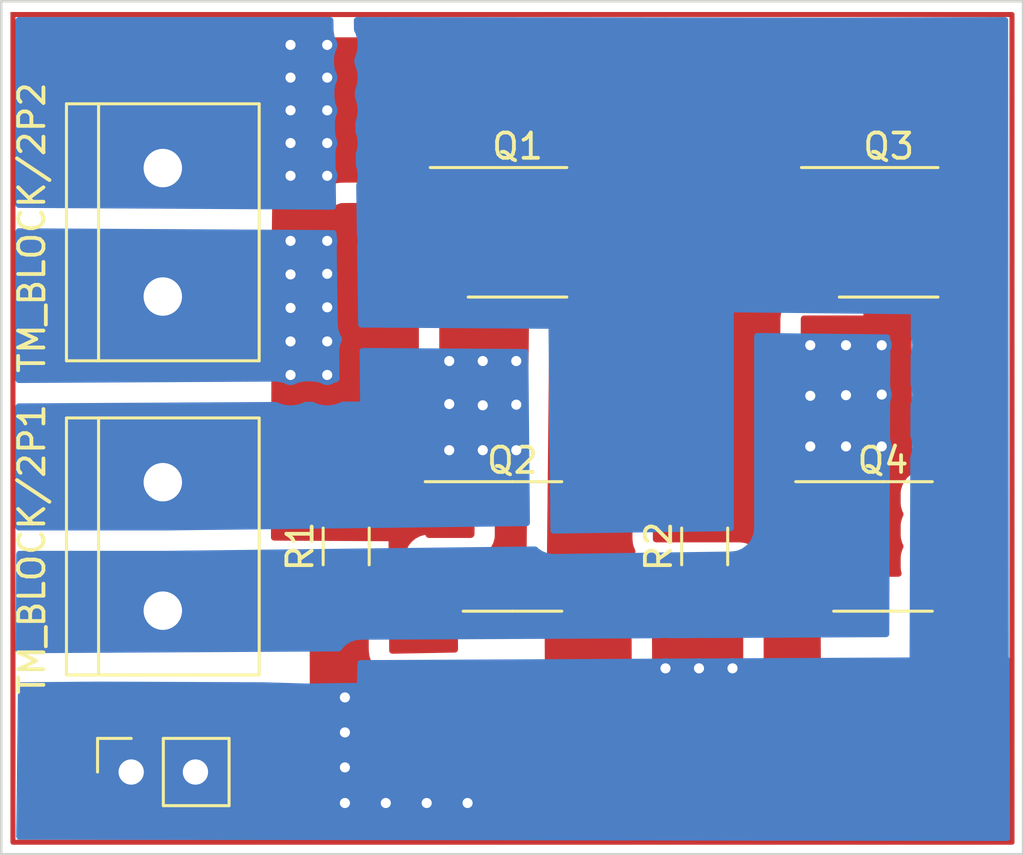
<source format=kicad_pcb>
(kicad_pcb (version 20221018) (generator pcbnew)
  (layers (0 "F.Cu" signal) (31 "B.Cu" signal) (34 "B.Paste" user) (35 "F.Paste" user) (36 "B.SilkS" user "B.Silkscreen") (37 "F.SilkS" user "F.Silkscreen") (38 "B.Mask" user) (39 "F.Mask" user) (44 "Edge.Cuts" user))
  (net 0 "")
  (net 1 "L-")
  (net 2 "DFET")
  (net 3 "Net-(Q1A-D1-Pad7)")
  (net 4 "B-")
  (net 5 "CFET")
  (net 6 "GND")
  (footprint "Package_SO:SOIC-8_3.9x4.9mm_P1.27mm" (layer "F.Cu") (at 120.425 76.01)
    (fp_text reference "Q1" (at 0 -3.4) (layer "F.SilkS"))
    (fp_text value "FDS6898A")
    (fp_line (start 0 -2.56) (end -3.45 -2.56) (stroke (width 0.12)) (layer "F.SilkS"))
    (fp_line (start 0 -2.56) (end 1.95 -2.56) (stroke (width 0.12)) (layer "F.SilkS"))
    (fp_line (start 0 2.56) (end -1.95 2.56) (stroke (width 0.12)) (layer "F.SilkS"))
    (fp_line (start 0 2.56) (end 1.95 2.56) (stroke (width 0.12)) (layer "F.SilkS"))
    (pad "1" smd roundrect (at -2.475 -1.905) (size 1.95 0.6) (layers "F.Cu" "F.Paste" "F.Mask") (net 1 "L-"))
    (pad "2" smd roundrect (at -2.475 -0.635) (size 1.95 0.6) (layers "F.Cu" "F.Paste" "F.Mask") (net 2 "DFET"))
    (pad "3" smd roundrect (at -2.475 0.635) (size 1.95 0.6) (layers "F.Cu" "F.Paste" "F.Mask") (net 1 "L-"))
    (pad "4" smd roundrect (at -2.475 1.905) (size 1.95 0.6) (layers "F.Cu" "F.Paste" "F.Mask") (net 2 "DFET"))
    (pad "5" smd roundrect (at 2.475 1.905) (size 1.95 0.6) (layers "F.Cu" "F.Paste" "F.Mask") (net 3 "Net-(Q1A-D1-Pad7)"))
    (pad "6" smd roundrect (at 2.475 0.635) (size 1.95 0.6) (layers "F.Cu" "F.Paste" "F.Mask") (net 3 "Net-(Q1A-D1-Pad7)"))
    (pad "7" smd roundrect (at 2.475 -0.635) (size 1.95 0.6) (layers "F.Cu" "F.Paste" "F.Mask") (net 3 "Net-(Q1A-D1-Pad7)"))
    (pad "8" smd roundrect (at 2.475 -1.905) (size 1.95 0.6) (layers "F.Cu" "F.Paste" "F.Mask") (net 3 "Net-(Q1A-D1-Pad7)"))
  )
  (footprint "Package_SO:SOIC-8_3.9x4.9mm_P1.27mm" (layer "F.Cu") (at 135.1 76.01)
    (fp_text reference "Q3" (at 0 -3.4) (layer "F.SilkS"))
    (fp_text value "FDS6898A")
    (fp_line (start 0 -2.56) (end -3.45 -2.56) (stroke (width 0.12)) (layer "F.SilkS"))
    (fp_line (start 0 -2.56) (end 1.95 -2.56) (stroke (width 0.12)) (layer "F.SilkS"))
    (fp_line (start 0 2.56) (end -1.95 2.56) (stroke (width 0.12)) (layer "F.SilkS"))
    (fp_line (start 0 2.56) (end 1.95 2.56) (stroke (width 0.12)) (layer "F.SilkS"))
    (pad "1" smd roundrect (at -2.475 -1.905) (size 1.95 0.6) (layers "F.Cu" "F.Paste" "F.Mask") (net 4 "B-"))
    (pad "2" smd roundrect (at -2.475 -0.635) (size 1.95 0.6) (layers "F.Cu" "F.Paste" "F.Mask") (net 5 "CFET"))
    (pad "3" smd roundrect (at -2.475 0.635) (size 1.95 0.6) (layers "F.Cu" "F.Paste" "F.Mask") (net 4 "B-"))
    (pad "4" smd roundrect (at -2.475 1.905) (size 1.95 0.6) (layers "F.Cu" "F.Paste" "F.Mask") (net 5 "CFET"))
    (pad "5" smd roundrect (at 2.475 1.905) (size 1.95 0.6) (layers "F.Cu" "F.Paste" "F.Mask") (net 3 "Net-(Q1A-D1-Pad7)"))
    (pad "6" smd roundrect (at 2.475 0.635) (size 1.95 0.6) (layers "F.Cu" "F.Paste" "F.Mask") (net 3 "Net-(Q1A-D1-Pad7)"))
    (pad "7" smd roundrect (at 2.475 -0.635) (size 1.95 0.6) (layers "F.Cu" "F.Paste" "F.Mask") (net 3 "Net-(Q1A-D1-Pad7)"))
    (pad "8" smd roundrect (at 2.475 -1.905) (size 1.95 0.6) (layers "F.Cu" "F.Paste" "F.Mask") (net 3 "Net-(Q1A-D1-Pad7)"))
  )
  (footprint "VAMK_R_SMD:1206" (layer "F.Cu") (at 113.65 88.43 90)
    (fp_text reference "R1" (at 0 -1.82 90) (layer "F.SilkS"))
    (fp_text value "10k")
    (fp_line (start -0.727064 -0.91) (end 0.727064 -0.91) (stroke (width 0.12)) (layer "F.SilkS"))
    (fp_line (start -0.727064 0.91) (end 0.727064 0.91) (stroke (width 0.12)) (layer "F.SilkS"))
    (pad "1" smd roundrect (at -1.55 0 90) (size 1.3 1.75) (layers "F.Cu" "F.Paste" "F.Mask") (roundrect_rratio 0.192308) (net 6 "GND"))
    (pad "2" smd roundrect (at 1.55 0 90) (size 1.3 1.75) (layers "F.Cu" "F.Paste" "F.Mask") (roundrect_rratio 0.192308) (net 2 "DFET"))
  )
  (footprint "VAMK_CON:TM_BLOCK_2P" (layer "F.Cu") (at 106.4 73.47 -90)
    (fp_text reference "TM_BLOCK/2P2" (at 2.355 5.175 90) (layer "F.SilkS"))
    (fp_text value "TM_BLOCK_2P" hide)
    (fp_line (start -2.54 -3.81) (end -2.54 3.81) (stroke (width 0.12)) (layer "F.SilkS"))
    (fp_line (start -2.54 3.81) (end 7.62 3.81) (stroke (width 0.12)) (layer "F.SilkS"))
    (fp_line (start 7.62 -3.81) (end -2.54 -3.81) (stroke (width 0.12)) (layer "F.SilkS"))
    (fp_line (start 7.62 2.54) (end -2.54 2.54) (stroke (width 0.12)) (layer "F.SilkS"))
    (fp_line (start 7.62 3.81) (end 7.62 -3.81) (stroke (width 0.12)) (layer "F.SilkS"))
    (pad "1" thru_hole rect (at 0 0 270) (size 3 3) (drill 1.52) (layers "*.Cu" "*.Mask") (net 5 "CFET"))
    (pad "2" thru_hole circle (at 5.08 0 270) (size 3 3) (drill 1.52) (layers "*.Cu" "*.Mask") (net 2 "DFET"))
  )
  (footprint "Package_SO:SOIC-8_3.9x4.9mm_P1.27mm" (layer "F.Cu") (at 134.875 88.43)
    (fp_text reference "Q4" (at 0 -3.4) (layer "F.SilkS"))
    (fp_text value "FDS6898A")
    (fp_line (start 0 -2.56) (end -3.45 -2.56) (stroke (width 0.12)) (layer "F.SilkS"))
    (fp_line (start 0 -2.56) (end 1.95 -2.56) (stroke (width 0.12)) (layer "F.SilkS"))
    (fp_line (start 0 2.56) (end -1.95 2.56) (stroke (width 0.12)) (layer "F.SilkS"))
    (fp_line (start 0 2.56) (end 1.95 2.56) (stroke (width 0.12)) (layer "F.SilkS"))
    (pad "1" smd roundrect (at -2.475 -1.905) (size 1.95 0.6) (layers "F.Cu" "F.Paste" "F.Mask") (net 4 "B-"))
    (pad "2" smd roundrect (at -2.475 -0.635) (size 1.95 0.6) (layers "F.Cu" "F.Paste" "F.Mask") (net 5 "CFET"))
    (pad "3" smd roundrect (at -2.475 0.635) (size 1.95 0.6) (layers "F.Cu" "F.Paste" "F.Mask") (net 4 "B-"))
    (pad "4" smd roundrect (at -2.475 1.905) (size 1.95 0.6) (layers "F.Cu" "F.Paste" "F.Mask") (net 5 "CFET"))
    (pad "5" smd roundrect (at 2.475 1.905) (size 1.95 0.6) (layers "F.Cu" "F.Paste" "F.Mask") (net 3 "Net-(Q1A-D1-Pad7)"))
    (pad "6" smd roundrect (at 2.475 0.635) (size 1.95 0.6) (layers "F.Cu" "F.Paste" "F.Mask") (net 3 "Net-(Q1A-D1-Pad7)"))
    (pad "7" smd roundrect (at 2.475 -0.635) (size 1.95 0.6) (layers "F.Cu" "F.Paste" "F.Mask") (net 3 "Net-(Q1A-D1-Pad7)"))
    (pad "8" smd roundrect (at 2.475 -1.905) (size 1.95 0.6) (layers "F.Cu" "F.Paste" "F.Mask") (net 3 "Net-(Q1A-D1-Pad7)"))
  )
  (footprint "VAMK_CON:SOCKET_1x2" (layer "F.Cu") (at 105.15 97.35 90)
    (fp_text reference "SOCKET/1X1" hide)
    (fp_text value "SOCKET_1X2" hide)
    (fp_line (start -1.33 1.27) (end -1.33 3.87) (stroke (width 0.12)) (layer "F.SilkS"))
    (fp_line (start -1.33 1.27) (end 1.33 1.27) (stroke (width 0.12)) (layer "F.SilkS"))
    (fp_line (start -1.33 3.87) (end 1.33 3.87) (stroke (width 0.12)) (layer "F.SilkS"))
    (fp_line (start 0 -1.33) (end 1.33 -1.33) (stroke (width 0.12)) (layer "F.SilkS"))
    (fp_line (start 1.33 -1.33) (end 1.33 0) (stroke (width 0.12)) (layer "F.SilkS"))
    (fp_line (start 1.33 1.27) (end 1.33 3.87) (stroke (width 0.12)) (layer "F.SilkS"))
    (pad "1" thru_hole rect (at 0 0 90) (size 1.7 1.7) (drill 1) (layers "*.Cu" "*.Mask") (net 6 "GND"))
    (pad "2" thru_hole oval (at 0 2.54 90) (size 1.7 1.7) (drill 1) (layers "*.Cu" "*.Mask") (net 6 "GND"))
  )
  (footprint "VAMK_R_SMD:1206" (layer "F.Cu") (at 127.825 88.43 90)
    (fp_text reference "R2" (at 0 -1.82 90) (layer "F.SilkS"))
    (fp_text value "10k")
    (fp_line (start -0.727064 -0.91) (end 0.727064 -0.91) (stroke (width 0.12)) (layer "F.SilkS"))
    (fp_line (start -0.727064 0.91) (end 0.727064 0.91) (stroke (width 0.12)) (layer "F.SilkS"))
    (pad "1" smd roundrect (at -1.55 0 90) (size 1.3 1.75) (layers "F.Cu" "F.Paste" "F.Mask") (roundrect_rratio 0.192308) (net 6 "GND"))
    (pad "2" smd roundrect (at 1.55 0 90) (size 1.3 1.75) (layers "F.Cu" "F.Paste" "F.Mask") (roundrect_rratio 0.192308) (net 5 "CFET"))
  )
  (footprint "VAMK_CON:TM_BLOCK_2P" (layer "F.Cu") (at 106.4 85.89 -90)
    (fp_text reference "TM_BLOCK/2P1" (at 2.655 5.175 90) (layer "F.SilkS"))
    (fp_text value "TM_BLOCK_2P" hide)
    (fp_line (start -2.54 -3.81) (end -2.54 3.81) (stroke (width 0.12)) (layer "F.SilkS"))
    (fp_line (start -2.54 3.81) (end 7.62 3.81) (stroke (width 0.12)) (layer "F.SilkS"))
    (fp_line (start 7.62 -3.81) (end -2.54 -3.81) (stroke (width 0.12)) (layer "F.SilkS"))
    (fp_line (start 7.62 2.54) (end -2.54 2.54) (stroke (width 0.12)) (layer "F.SilkS"))
    (fp_line (start 7.62 3.81) (end 7.62 -3.81) (stroke (width 0.12)) (layer "F.SilkS"))
    (pad "1" thru_hole rect (at 0 0 270) (size 3 3) (drill 1.52) (layers "*.Cu" "*.Mask") (net 1 "L-"))
    (pad "2" thru_hole circle (at 5.08 0 270) (size 3 3) (drill 1.52) (layers "*.Cu" "*.Mask") (net 4 "B-"))
  )
  (footprint "Package_SO:SOIC-8_3.9x4.9mm_P1.27mm" (layer "F.Cu") (at 120.225 88.43)
    (fp_text reference "Q2" (at 0 -3.4) (layer "F.SilkS"))
    (fp_text value "FDS6898A")
    (fp_line (start 0 -2.56) (end -3.45 -2.56) (stroke (width 0.12)) (layer "F.SilkS"))
    (fp_line (start 0 -2.56) (end 1.95 -2.56) (stroke (width 0.12)) (layer "F.SilkS"))
    (fp_line (start 0 2.56) (end -1.95 2.56) (stroke (width 0.12)) (layer "F.SilkS"))
    (fp_line (start 0 2.56) (end 1.95 2.56) (stroke (width 0.12)) (layer "F.SilkS"))
    (pad "1" smd roundrect (at -2.475 -1.905) (size 1.95 0.6) (layers "F.Cu" "F.Paste" "F.Mask") (net 1 "L-"))
    (pad "2" smd roundrect (at -2.475 -0.635) (size 1.95 0.6) (layers "F.Cu" "F.Paste" "F.Mask") (net 2 "DFET"))
    (pad "3" smd roundrect (at -2.475 0.635) (size 1.95 0.6) (layers "F.Cu" "F.Paste" "F.Mask") (net 1 "L-"))
    (pad "4" smd roundrect (at -2.475 1.905) (size 1.95 0.6) (layers "F.Cu" "F.Paste" "F.Mask") (net 2 "DFET"))
    (pad "5" smd roundrect (at 2.475 1.905) (size 1.95 0.6) (layers "F.Cu" "F.Paste" "F.Mask") (net 3 "Net-(Q1A-D1-Pad7)"))
    (pad "6" smd roundrect (at 2.475 0.635) (size 1.95 0.6) (layers "F.Cu" "F.Paste" "F.Mask") (net 3 "Net-(Q1A-D1-Pad7)"))
    (pad "7" smd roundrect (at 2.475 -0.635) (size 1.95 0.6) (layers "F.Cu" "F.Paste" "F.Mask") (net 3 "Net-(Q1A-D1-Pad7)"))
    (pad "8" smd roundrect (at 2.475 -1.905) (size 1.95 0.6) (layers "F.Cu" "F.Paste" "F.Mask") (net 3 "Net-(Q1A-D1-Pad7)"))
  )
  (gr_rect (start 100.475 67.4) (end 139.975 100.125) (stroke (width 0.2)) (fill none) (layer "F.Cu"))
  (gr_rect (start 100.0125 66.875) (end 140.4125 100.6) (stroke (width 0.1)) (fill none) (layer "Edge.Cuts"))
  (segment (start 117.6625 86.4375) (end 117.75 86.525) (width 0.25) (layer "F.Cu") (net 1))
  (via (at 120.375 81.1) (size 0.8) (drill 0.4) (layers "F.Cu" "B.Cu") (net 1))
  (via (at 119.05 84.625) (size 0.8) (drill 0.4) (layers "F.Cu" "B.Cu") (net 1))
  (via (at 119.05 81.1) (size 0.8) (drill 0.4) (layers "F.Cu" "B.Cu") (net 1))
  (via (at 117.725 82.8) (size 0.8) (drill 0.4) (layers "F.Cu" "B.Cu") (net 1))
  (via (at 119.05 82.85) (size 0.8) (drill 0.4) (layers "F.Cu" "B.Cu") (net 1))
  (via (at 117.725 81.1) (size 0.8) (drill 0.4) (layers "F.Cu" "B.Cu") (net 1))
  (via (at 120.375 82.825) (size 0.8) (drill 0.4) (layers "F.Cu" "B.Cu") (net 1))
  (via (at 117.725 84.625) (size 0.8) (drill 0.4) (layers "F.Cu" "B.Cu") (net 1))
  (via (at 120.375 84.625) (size 0.8) (drill 0.4) (layers "F.Cu" "B.Cu") (net 1))
  (segment (start 113.65 86.875) (end 113.65 86.88) (width 0.25) (layer "F.Cu") (net 2))
  (via (at 111.45 77.675) (size 0.8) (drill 0.4) (layers "F.Cu" "B.Cu") (net 2))
  (via (at 111.45 76.35) (size 0.8) (drill 0.4) (layers "F.Cu" "B.Cu") (net 2))
  (via (at 112.9 78.975) (size 0.8) (drill 0.4) (layers "F.Cu" "B.Cu") (net 2))
  (via (at 111.45 81.65) (size 0.8) (drill 0.4) (layers "F.Cu" "B.Cu") (net 2))
  (via (at 112.9 77.65) (size 0.8) (drill 0.4) (layers "F.Cu" "B.Cu") (net 2))
  (via (at 111.45 80.325) (size 0.8) (drill 0.4) (layers "F.Cu" "B.Cu") (net 2))
  (via (at 112.9 81.65) (size 0.8) (drill 0.4) (layers "F.Cu" "B.Cu") (net 2))
  (via (at 111.45 79) (size 0.8) (drill 0.4) (layers "F.Cu" "B.Cu") (net 2))
  (via (at 112.9 76.35) (size 0.8) (drill 0.4) (layers "F.Cu" "B.Cu") (net 2))
  (via (at 112.9 80.325) (size 0.8) (drill 0.4) (layers "F.Cu" "B.Cu") (net 2))
  (segment (start 132.425 86.5) (end 132.4 86.525) (width 0.25) (layer "F.Cu") (net 4))
  (via (at 133.4125 80.475) (size 0.8) (drill 0.4) (layers "F.Cu" "B.Cu") (net 4))
  (via (at 132 80.475) (size 0.8) (drill 0.4) (layers "F.Cu" "B.Cu") (net 4))
  (via (at 132 84.475) (size 0.8) (drill 0.4) (layers "F.Cu" "B.Cu") (net 4))
  (via (at 134.825 82.425) (size 0.8) (drill 0.4) (layers "F.Cu" "B.Cu") (net 4))
  (via (at 132 82.475) (size 0.8) (drill 0.4) (layers "F.Cu" "B.Cu") (net 4))
  (via (at 133.4125 84.475) (size 0.8) (drill 0.4) (layers "F.Cu" "B.Cu") (net 4))
  (via (at 134.825 84.475) (size 0.8) (drill 0.4) (layers "F.Cu" "B.Cu") (net 4))
  (via (at 134.825 80.475) (size 0.8) (drill 0.4) (layers "F.Cu" "B.Cu") (net 4))
  (via (at 133.4125 82.45) (size 0.8) (drill 0.4) (layers "F.Cu" "B.Cu") (net 4))
  (via (at 112.9 69.89375) (size 0.8) (drill 0.4) (layers "F.Cu" "B.Cu") (net 5))
  (via (at 112.9 71.1875) (size 0.8) (drill 0.4) (layers "F.Cu" "B.Cu") (net 5))
  (via (at 111.45 72.48125) (size 0.8) (drill 0.4) (layers "F.Cu" "B.Cu") (net 5))
  (via (at 112.9 68.6) (size 0.8) (drill 0.4) (layers "F.Cu" "B.Cu") (net 5))
  (via (at 111.45 73.775) (size 0.8) (drill 0.4) (layers "F.Cu" "B.Cu") (net 5))
  (via (at 111.45 69.89375) (size 0.8) (drill 0.4) (layers "F.Cu" "B.Cu") (net 5))
  (via (at 112.9 73.775) (size 0.8) (drill 0.4) (layers "F.Cu" "B.Cu") (net 5))
  (via (at 111.45 68.6) (size 0.8) (drill 0.4) (layers "F.Cu" "B.Cu") (net 5))
  (via (at 111.45 71.1875) (size 0.8) (drill 0.4) (layers "F.Cu" "B.Cu") (net 5))
  (via (at 112.9 72.48125) (size 0.8) (drill 0.4) (layers "F.Cu" "B.Cu") (net 5))
  (via (at 113.6 98.575) (size 0.8) (drill 0.4) (layers "F.Cu" "B.Cu") (net 6))
  (via (at 115.216666 98.575) (size 0.8) (drill 0.4) (layers "F.Cu" "B.Cu") (net 6))
  (via (at 113.6 95.783333) (size 0.8) (drill 0.4) (layers "F.Cu" "B.Cu") (net 6))
  (via (at 118.45 98.575) (size 0.8) (drill 0.4) (layers "F.Cu" "B.Cu") (net 6))
  (via (at 113.6 97.166666) (size 0.8) (drill 0.4) (layers "F.Cu" "B.Cu") (net 6))
  (via (at 113.6 94.4) (size 0.8) (drill 0.4) (layers "F.Cu" "B.Cu") (net 6))
  (via (at 127.6 93.25) (size 0.8) (drill 0.4) (layers "F.Cu" "B.Cu") (net 6))
  (via (at 116.833332 98.575) (size 0.8) (drill 0.4) (layers "F.Cu" "B.Cu") (net 6))
  (via (at 126.275 93.25) (size 0.8) (drill 0.4) (layers "F.Cu" "B.Cu") (net 6))
  (via (at 128.925 93.25) (size 0.8) (drill 0.4) (layers "F.Cu" "B.Cu") (net 6))
  (zone (net 1) (net_name "L-") (layer "F.Cu") (priority 4) (connect_pads yes (clearance 0.8)) (min_thickness 0.25) (fill yes (thermal_gap 0.5) (thermal_bridge_width 0.5))
    (polygon (pts (xy 118.25 72.45) (xy 116.925 72.45) (xy 116.925 74.7) (xy 119.3 74.7) (xy 119.3 76.05) (xy 116.95 76.075) (xy 116.925 77.15) (xy 119.3 77.125) (xy 119.275 78.075) (xy 119.3 79.2) (xy 116.875 79.175) (xy 116.85 87) (xy 119.2 87) (xy 119.225 88.525) (xy 116.725 88.55) (xy 116.725 89.575) (xy 120.775 89.575) (xy 120.95 72.45) (xy 118.875 72.45)))
  )
  (zone (net 2) (net_name "DFET") (layer "F.Cu") (priority 5) (connect_pads yes (clearance 0.8)) (min_thickness 0.25) (fill yes (thermal_gap 0.5) (thermal_bridge_width 0.5))
    (polygon (pts (xy 113.75 74.85) (xy 116.15 74.85) (xy 118.4 74.85) (xy 118.4 75.875) (xy 116.525 75.875) (xy 116.525 77.45) (xy 118.4 77.425) (xy 118.4 78.825) (xy 116.525 78.825) (xy 116.525 87.25) (xy 118.075 87.225) (xy 118.075 88.275) (xy 116.525 88.3) (xy 116.55 89.85) (xy 118.05 89.85) (xy 118.075 92.625) (xy 115.35 92.675) (xy 115.325 88.225) (xy 110.675 88.2) (xy 110.7 78.625) (xy 110.675 78.6) (xy 110.725 74.9)))
  )
  (zone (net 6) (net_name "GND") (layer "F.Cu") (priority 4) (connect_pads yes (clearance 0.8)) (min_thickness 0.25) (fill yes (thermal_gap 0.5) (thermal_bridge_width 0.5))
    (polygon (pts (xy 114.525 88.9) (xy 120.725 99.975) (xy 112.225 100) (xy 112.2 88.95) (xy 112.3 88.95) (xy 112.325 88.95)))
  )
  (zone (net 5) (net_name "CFET") (layer "F.Cu") (priority 1) (connect_pads yes (clearance 0.8)) (min_thickness 0.25) (fill yes (thermal_gap 0.5) (thermal_bridge_width 0.5))
    (polygon (pts (xy 110.725 67.525) (xy 116 67.5) (xy 131.175 67.525) (xy 131.175 74.85) (xy 132.687435 74.850732) (xy 132.7 75.725) (xy 131.2 75.675) (xy 131.2 77.600732) (xy 132.662435 77.600732) (xy 132.7 78.4) (xy 131.2 78.45) (xy 131.15 87.125) (xy 132.4 87.125) (xy 132.425 88.15) (xy 131.15 88.175) (xy 131.2 90) (xy 132.4 90.025) (xy 132.425 93.75) (xy 129.575 93.8) (xy 129.55 88.55) (xy 125.775 88.575) (xy 125.775 71.85) (xy 116.175 71.95) (xy 116.175 74.675) (xy 110.7 74.725)))
  )
  (zone (net 6) (net_name "GND") (layer "F.Cu") (priority 4) (connect_pads yes (clearance 0.75)) (min_thickness 0.25) (fill yes (thermal_gap 0.5) (thermal_bridge_width 0.5))
    (polygon (pts (xy 129.325 89.075) (xy 129.35 89.9) (xy 129.35 93.8) (xy 125.75 93.825) (xy 125.725 89.075) (xy 127.65 89.075)))
  )
  (zone (net 3) (net_name "Net-(Q1A-D1-Pad7)") (layer "F.Cu") (connect_pads yes (clearance 0.8)) (min_thickness 0.25) (fill yes (thermal_gap 0.5) (thermal_bridge_width 0.5))
    (polygon (pts (xy 123.3 72.45) (xy 121.55 72.45) (xy 121.5 92.35) (xy 121.55 100.175) (xy 139.9 100.05) (xy 139.9 67.45) (xy 136.35 67.5) (xy 136.175 94.05) (xy 125.5 94) (xy 125.275 72.475) (xy 124.1 72.45)))
  )
  (zone (net 4) (net_name "B-") (layer "F.Cu") (priority 2) (connect_pads yes (clearance 0.8)) (min_thickness 0.25) (fill yes (thermal_gap 0.5) (thermal_bridge_width 0.5))
    (polygon (pts (xy 133.9 67.525) (xy 131.65 67.5) (xy 131.6 74.65) (xy 134.05 74.625) (xy 134.075 76.225) (xy 131.625 76.225) (xy 131.65 77.125) (xy 134.1 77.15) (xy 134.1 79.3) (xy 131.625 79.3) (xy 131.6 85.225) (xy 131.625 87.125) (xy 133.375 87.15) (xy 133.4 88.575) (xy 131.625 88.6) (xy 131.65 89.65) (xy 136.05 89.625) (xy 136 78.975) (xy 136.075 67.5) (xy 134.375 67.55)))
  )
  (zone (net 1) (net_name "L-") (layer "B.Cu") (priority 8) (connect_pads yes (clearance 0.8)) (min_thickness 0.25) (fill yes (thermal_gap 0.5) (thermal_bridge_width 0.5))
    (polygon (pts (xy 100.575 85.025) (xy 100.575 82.775) (xy 114.2 82.7) (xy 114.175 80.275) (xy 121.275 80.35) (xy 121.275 87.95) (xy 100.575 87.875) (xy 100.575 85.925)))
  )
  (zone (net 4) (net_name "B-") (layer "B.Cu") (priority 9) (connect_pads yes (clearance 0.8)) (min_thickness 0.25) (fill yes (thermal_gap 0.5) (thermal_bridge_width 0.5))
    (polygon (pts (xy 106.451287 88.604685) (xy 129.476287 88.329685) (xy 129.476287 79.554685) (xy 135.15 79.55) (xy 135.225 85.05) (xy 135.126287 92.454685) (xy 100.576287 92.654685) (xy 100.601287 88.604685) (xy 106.526287 88.604685)))
  )
  (zone (net 2) (net_name "DFET") (layer "B.Cu") (priority 7) (connect_pads yes (clearance 0.8)) (min_thickness 0.25) (fill yes (thermal_gap 0.5) (thermal_bridge_width 0.5))
    (polygon (pts (xy 111.85 82.125) (xy 113.75 82.1) (xy 113.75 75.925) (xy 100.575 75.85) (xy 100.575 82.175) (xy 111.1 82.125)))
  )
  (zone (net 5) (net_name "CFET") (layer "B.Cu") (priority 6) (connect_pads yes (clearance 0.8)) (min_thickness 0.25) (fill yes (thermal_gap 0.5) (thermal_bridge_width 0.5))
    (polygon (pts (xy 100.575 73.2) (xy 100.575 67.5) (xy 113.7 67.5) (xy 113.675 75.35) (xy 105.625 75.375) (xy 100.575 75.325)))
  )
  (zone (net 6) (net_name "GND") (layer "B.Cu") (priority 10) (connect_pads yes (clearance 0.8)) (min_thickness 0.25) (fill yes (thermal_gap 0.5) (thermal_bridge_width 0.5))
    (polygon (pts (xy 100.675 93.8) (xy 100.6 100.025) (xy 139.9 100.075) (xy 139.875 92.8) (xy 114.1 92.925) (xy 114.075 93.825) (xy 112.05 93.85) (xy 110.375 93.8) (xy 103.875 93.775)))
  )
  (zone (net 6) (net_name "GND") (layer "B.Cu") (priority 10) (connect_pads yes (clearance 0.8)) (min_thickness 0.25) (fill yes (thermal_gap 0.5) (thermal_bridge_width 0.5))
    (polygon (pts (xy 135.925 93.1) (xy 139.85 93.1) (xy 139.825 67.5) (xy 133.075 67.525) (xy 113.95 67.5) (xy 114.125 79.775) (xy 121.65 79.825) (xy 121.725 87.925) (xy 128.975 87.825) (xy 128.975 79.175) (xy 135.975 79.25) (xy 135.925 92.9)))
  )
)
</source>
